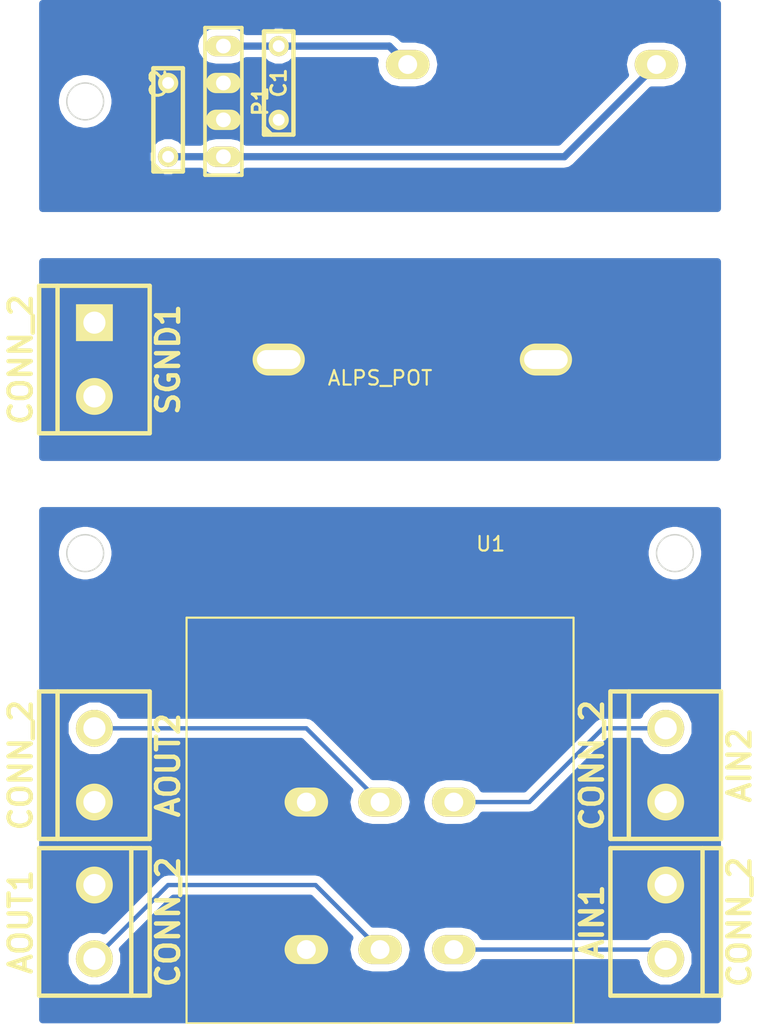
<source format=kicad_pcb>
(kicad_pcb (version 3) (host pcbnew "(2013-may-18)-stable")

  (general
    (links 19)
    (no_connects 0)
    (area 69.7056 66.675 122.0644 137.735001)
    (thickness 1.6)
    (drawings 3)
    (tracks 16)
    (zones 0)
    (modules 9)
    (nets 10)
  )

  (page A4)
  (layers
    (15 F.Cu signal)
    (0 B.Cu signal)
    (17 F.Adhes user)
    (19 F.Paste user)
    (21 F.SilkS user)
    (23 F.Mask user)
    (28 Edge.Cuts user)
  )

  (setup
    (last_trace_width 0.5)
    (trace_clearance 0.5)
    (zone_clearance 0.508)
    (zone_45_only no)
    (trace_min 0.254)
    (segment_width 0.2)
    (edge_width 0.1)
    (via_size 0.889)
    (via_drill 0.635)
    (via_min_size 0.889)
    (via_min_drill 0.508)
    (uvia_size 0.508)
    (uvia_drill 0.127)
    (uvias_allowed no)
    (uvia_min_size 0.508)
    (uvia_min_drill 0.127)
    (pcb_text_width 0.3)
    (pcb_text_size 1.5 1.5)
    (mod_edge_width 0.15)
    (mod_text_size 1 1)
    (mod_text_width 0.15)
    (pad_size 3.6 2.2)
    (pad_drill 3)
    (pad_to_mask_clearance 0.2)
    (solder_mask_min_width 0.3)
    (aux_axis_origin 0 0)
    (visible_elements FFFFFFBF)
    (pcbplotparams
      (layerselection 1)
      (usegerberextensions false)
      (excludeedgelayer false)
      (linewidth 0.150000)
      (plotframeref false)
      (viasonmask false)
      (mode 1)
      (useauxorigin false)
      (hpglpennumber 1)
      (hpglpenspeed 20)
      (hpglpendiameter 15)
      (hpglpenoverlay 2)
      (psnegative false)
      (psa4output false)
      (plotreference true)
      (plotvalue true)
      (plotothertext false)
      (plotinvisibletext false)
      (padsonsilk true)
      (subtractmaskfromsilk false)
      (outputformat 5)
      (mirror false)
      (drillshape 1)
      (scaleselection 1)
      (outputdirectory output/))
  )

  (net 0 "")
  (net 1 /AGND)
  (net 2 /AIN_L)
  (net 3 /AIN_R)
  (net 4 /AOUT_L)
  (net 5 /AOUT_R)
  (net 6 /MOTIN_L)
  (net 7 /MOTIN_R)
  (net 8 /SGND)
  (net 9 GND)

  (net_class Default "This is the default net class."
    (clearance 0.5)
    (trace_width 0.5)
    (via_dia 0.889)
    (via_drill 0.635)
    (uvia_dia 0.508)
    (uvia_drill 0.127)
    (add_net "")
    (add_net /AGND)
    (add_net /MOTIN_L)
    (add_net /MOTIN_R)
    (add_net /SGND)
    (add_net GND)
  )

  (net_class sig ""
    (clearance 0.3)
    (trace_width 0.3)
    (via_dia 0.889)
    (via_drill 0.635)
    (uvia_dia 0.508)
    (uvia_drill 0.127)
    (add_net /AIN_L)
    (add_net /AIN_R)
    (add_net /AOUT_L)
    (add_net /AOUT_R)
  )

  (module "ALPS Motorized" (layer F.Cu) (tedit 56485253) (tstamp 52495E1E)
    (at 95.885 96.52 180)
    (path /52495C85)
    (fp_text reference U1 (at -7.62 -7.62 180) (layer F.SilkS)
      (effects (font (size 1 1) (thickness 0.15)))
    )
    (fp_text value ALPS_POT (at 0 3.81 180) (layer F.SilkS)
      (effects (font (size 1 1) (thickness 0.15)))
    )
    (fp_line (start 13.335 -12.7) (end -13.335 -12.7) (layer F.SilkS) (width 0.15))
    (fp_line (start -13.335 -12.7) (end -13.335 -22.86) (layer F.SilkS) (width 0.15))
    (fp_line (start 13.335 -40.64) (end 13.335 -12.7) (layer F.SilkS) (width 0.15))
    (fp_line (start 0 -40.64) (end -13.335 -40.64) (layer F.SilkS) (width 0.15))
    (fp_line (start -13.335 -40.64) (end -13.335 -22.86) (layer F.SilkS) (width 0.15))
    (fp_line (start 13.335 -40.64) (end 0 -40.64) (layer F.SilkS) (width 0.15))
    (fp_line (start 0 -40.64) (end -0.635 -40.64) (layer F.SilkS) (width 0.15))
    (fp_line (start -0.635 -40.64) (end 0.635 -40.64) (layer F.SilkS) (width 0.15))
    (pad 1 thru_hole oval (at 5.08 -35.56 180) (size 3 2) (drill 1.3)
      (layers *.Cu *.Mask F.SilkS)
      (net 1 /AGND)
    )
    (pad 2 thru_hole oval (at 0 -35.56 180) (size 3 2) (drill 1.3)
      (layers *.Cu *.Mask F.SilkS)
      (net 4 /AOUT_L)
    )
    (pad 3 thru_hole oval (at -5.08 -35.56 180) (size 3 2) (drill 1.3)
      (layers *.Cu *.Mask F.SilkS)
      (net 2 /AIN_L)
    )
    (pad 4 thru_hole oval (at 5.08 -25.4 180) (size 3 2) (drill 1.3)
      (layers *.Cu *.Mask F.SilkS)
      (net 1 /AGND)
    )
    (pad 5 thru_hole oval (at 0 -25.4 180) (size 3 2) (drill 1.3)
      (layers *.Cu *.Mask F.SilkS)
      (net 5 /AOUT_R)
    )
    (pad 6 thru_hole oval (at -5.08 -25.4 180) (size 3 2) (drill 1.3)
      (layers *.Cu *.Mask F.SilkS)
      (net 3 /AIN_R)
    )
    (pad 7 thru_hole oval (at -19.05 25.4 180) (size 3 2) (drill 1.3)
      (layers *.Cu *.Mask F.SilkS)
      (net 6 /MOTIN_L)
    )
    (pad 8 thru_hole oval (at -1.905 25.4 180) (size 3 2) (drill 1.3)
      (layers *.Cu *.Mask F.SilkS)
      (net 7 /MOTIN_R)
    )
    (pad 9 thru_hole oval (at 6.985 5.08 180) (size 3.6 2.2) (drill oval 3 1.3)
      (layers *.Cu *.Mask F.SilkS)
      (net 8 /SGND)
    )
    (pad 10 thru_hole oval (at -11.43 5.08 180) (size 3.6 2.2) (drill oval 3 1.3)
      (layers *.Cu *.Mask F.SilkS)
      (net 8 /SGND)
    )
  )

  (module bornier2 (layer F.Cu) (tedit 558C13C0) (tstamp 558C1264)
    (at 115.57 119.38 270)
    (descr "Bornier d'alimentation 2 pins")
    (tags DEV)
    (path /5295E3D7)
    (fp_text reference AIN2 (at 0 -5.08 270) (layer F.SilkS)
      (effects (font (size 1.524 1.524) (thickness 0.3048)))
    )
    (fp_text value CONN_2 (at 0 5.08 270) (layer F.SilkS)
      (effects (font (size 1.524 1.524) (thickness 0.3048)))
    )
    (fp_line (start 5.08 2.54) (end -5.08 2.54) (layer F.SilkS) (width 0.3048))
    (fp_line (start 5.08 3.81) (end 5.08 -3.81) (layer F.SilkS) (width 0.3048))
    (fp_line (start 5.08 -3.81) (end -5.08 -3.81) (layer F.SilkS) (width 0.3048))
    (fp_line (start -5.08 -3.81) (end -5.08 3.81) (layer F.SilkS) (width 0.3048))
    (fp_line (start -5.08 3.81) (end 5.08 3.81) (layer F.SilkS) (width 0.3048))
    (pad 1 thru_hole circle (at -2.54 0 270) (size 2.54 2.54) (drill 1.524)
      (layers *.Cu *.Mask F.SilkS)
      (net 3 /AIN_R)
    )
    (pad 2 thru_hole circle (at 2.54 0 270) (size 2.54 2.54) (drill 1.524)
      (layers *.Cu *.Mask F.SilkS)
      (net 1 /AGND)
    )
    (model device/bornier_2.wrl
      (at (xyz 0 0 0))
      (scale (xyz 1 1 1))
      (rotate (xyz 0 0 0))
    )
  )

  (module bornier2 (layer F.Cu) (tedit 558C13BC) (tstamp 558C126F)
    (at 115.57 130.175 90)
    (descr "Bornier d'alimentation 2 pins")
    (tags DEV)
    (path /5295E3DD)
    (fp_text reference AIN1 (at 0 -5.08 90) (layer F.SilkS)
      (effects (font (size 1.524 1.524) (thickness 0.3048)))
    )
    (fp_text value CONN_2 (at 0 5.08 90) (layer F.SilkS)
      (effects (font (size 1.524 1.524) (thickness 0.3048)))
    )
    (fp_line (start 5.08 2.54) (end -5.08 2.54) (layer F.SilkS) (width 0.3048))
    (fp_line (start 5.08 3.81) (end 5.08 -3.81) (layer F.SilkS) (width 0.3048))
    (fp_line (start 5.08 -3.81) (end -5.08 -3.81) (layer F.SilkS) (width 0.3048))
    (fp_line (start -5.08 -3.81) (end -5.08 3.81) (layer F.SilkS) (width 0.3048))
    (fp_line (start -5.08 3.81) (end 5.08 3.81) (layer F.SilkS) (width 0.3048))
    (pad 1 thru_hole circle (at -2.54 0 90) (size 2.54 2.54) (drill 1.524)
      (layers *.Cu *.Mask F.SilkS)
      (net 2 /AIN_L)
    )
    (pad 2 thru_hole circle (at 2.54 0 90) (size 2.54 2.54) (drill 1.524)
      (layers *.Cu *.Mask F.SilkS)
      (net 1 /AGND)
    )
    (model device/bornier_2.wrl
      (at (xyz 0 0 0))
      (scale (xyz 1 1 1))
      (rotate (xyz 0 0 0))
    )
  )

  (module bornier2 (layer F.Cu) (tedit 558C13C5) (tstamp 558C127A)
    (at 76.2 119.38 270)
    (descr "Bornier d'alimentation 2 pins")
    (tags DEV)
    (path /558C06C1)
    (fp_text reference AOUT2 (at 0 -5.08 270) (layer F.SilkS)
      (effects (font (size 1.524 1.524) (thickness 0.3048)))
    )
    (fp_text value CONN_2 (at 0 5.08 270) (layer F.SilkS)
      (effects (font (size 1.524 1.524) (thickness 0.3048)))
    )
    (fp_line (start 5.08 2.54) (end -5.08 2.54) (layer F.SilkS) (width 0.3048))
    (fp_line (start 5.08 3.81) (end 5.08 -3.81) (layer F.SilkS) (width 0.3048))
    (fp_line (start 5.08 -3.81) (end -5.08 -3.81) (layer F.SilkS) (width 0.3048))
    (fp_line (start -5.08 -3.81) (end -5.08 3.81) (layer F.SilkS) (width 0.3048))
    (fp_line (start -5.08 3.81) (end 5.08 3.81) (layer F.SilkS) (width 0.3048))
    (pad 1 thru_hole circle (at -2.54 0 270) (size 2.54 2.54) (drill 1.524)
      (layers *.Cu *.Mask F.SilkS)
      (net 5 /AOUT_R)
    )
    (pad 2 thru_hole circle (at 2.54 0 270) (size 2.54 2.54) (drill 1.524)
      (layers *.Cu *.Mask F.SilkS)
      (net 1 /AGND)
    )
    (model device/bornier_2.wrl
      (at (xyz 0 0 0))
      (scale (xyz 1 1 1))
      (rotate (xyz 0 0 0))
    )
  )

  (module bornier2 (layer F.Cu) (tedit 558C13C9) (tstamp 558C1285)
    (at 76.2 130.175 90)
    (descr "Bornier d'alimentation 2 pins")
    (tags DEV)
    (path /558C06C7)
    (fp_text reference AOUT1 (at 0 -5.08 90) (layer F.SilkS)
      (effects (font (size 1.524 1.524) (thickness 0.3048)))
    )
    (fp_text value CONN_2 (at 0 5.08 90) (layer F.SilkS)
      (effects (font (size 1.524 1.524) (thickness 0.3048)))
    )
    (fp_line (start 5.08 2.54) (end -5.08 2.54) (layer F.SilkS) (width 0.3048))
    (fp_line (start 5.08 3.81) (end 5.08 -3.81) (layer F.SilkS) (width 0.3048))
    (fp_line (start 5.08 -3.81) (end -5.08 -3.81) (layer F.SilkS) (width 0.3048))
    (fp_line (start -5.08 -3.81) (end -5.08 3.81) (layer F.SilkS) (width 0.3048))
    (fp_line (start -5.08 3.81) (end 5.08 3.81) (layer F.SilkS) (width 0.3048))
    (pad 1 thru_hole circle (at -2.54 0 90) (size 2.54 2.54) (drill 1.524)
      (layers *.Cu *.Mask F.SilkS)
      (net 4 /AOUT_L)
    )
    (pad 2 thru_hole circle (at 2.54 0 90) (size 2.54 2.54) (drill 1.524)
      (layers *.Cu *.Mask F.SilkS)
      (net 1 /AGND)
    )
    (model device/bornier_2.wrl
      (at (xyz 0 0 0))
      (scale (xyz 1 1 1))
      (rotate (xyz 0 0 0))
    )
  )

  (module bornier2 (layer F.Cu) (tedit 3EC0ED69) (tstamp 558C1694)
    (at 76.2 91.44 270)
    (descr "Bornier d'alimentation 2 pins")
    (tags DEV)
    (path /558C0704)
    (fp_text reference SGND1 (at 0 -5.08 270) (layer F.SilkS)
      (effects (font (size 1.524 1.524) (thickness 0.3048)))
    )
    (fp_text value CONN_2 (at 0 5.08 270) (layer F.SilkS)
      (effects (font (size 1.524 1.524) (thickness 0.3048)))
    )
    (fp_line (start 5.08 2.54) (end -5.08 2.54) (layer F.SilkS) (width 0.3048))
    (fp_line (start 5.08 3.81) (end 5.08 -3.81) (layer F.SilkS) (width 0.3048))
    (fp_line (start 5.08 -3.81) (end -5.08 -3.81) (layer F.SilkS) (width 0.3048))
    (fp_line (start -5.08 -3.81) (end -5.08 3.81) (layer F.SilkS) (width 0.3048))
    (fp_line (start -5.08 3.81) (end 5.08 3.81) (layer F.SilkS) (width 0.3048))
    (pad 1 thru_hole rect (at -2.54 0 270) (size 2.54 2.54) (drill 1.524)
      (layers *.Cu *.Mask F.SilkS)
      (net 8 /SGND)
    )
    (pad 2 thru_hole circle (at 2.54 0 270) (size 2.54 2.54) (drill 1.524)
      (layers *.Cu *.Mask F.SilkS)
      (net 8 /SGND)
    )
    (model device/bornier_2.wrl
      (at (xyz 0 0 0))
      (scale (xyz 1 1 1))
      (rotate (xyz 0 0 0))
    )
  )

  (module PIN_ARRAY_4x1 (layer F.Cu) (tedit 5623EB75) (tstamp 55D4802F)
    (at 85.09 73.66 270)
    (descr "Double rangee de contacts 2 x 5 pins")
    (tags CONN)
    (path /55D48029)
    (fp_text reference P1 (at 0 -2.54 270) (layer F.SilkS)
      (effects (font (size 1.016 1.016) (thickness 0.2032)))
    )
    (fp_text value CONN_4 (at 0 2.54 270) (layer F.SilkS) hide
      (effects (font (size 1.016 1.016) (thickness 0.2032)))
    )
    (fp_line (start 5.08 1.27) (end -5.08 1.27) (layer F.SilkS) (width 0.254))
    (fp_line (start 5.08 -1.27) (end -5.08 -1.27) (layer F.SilkS) (width 0.254))
    (fp_line (start -5.08 -1.27) (end -5.08 1.27) (layer F.SilkS) (width 0.254))
    (fp_line (start 5.08 1.27) (end 5.08 -1.27) (layer F.SilkS) (width 0.254))
    (pad 1 thru_hole oval (at -3.81 0 270) (size 1.4 2.4) (drill 1.016)
      (layers *.Cu *.Mask F.SilkS)
      (net 7 /MOTIN_R)
    )
    (pad 2 thru_hole oval (at -1.27 0 270) (size 1.4 2.4) (drill 1.016)
      (layers *.Cu *.Mask F.SilkS)
      (net 9 GND)
    )
    (pad 3 thru_hole oval (at 1.27 0 270) (size 1.4 2.4) (drill 1.016)
      (layers *.Cu *.Mask F.SilkS)
      (net 9 GND)
    )
    (pad 4 thru_hole oval (at 3.81 0 270) (size 1.4 2.4) (drill 1.016)
      (layers *.Cu *.Mask F.SilkS)
      (net 6 /MOTIN_L)
    )
    (model pin_array\pins_array_4x1.wrl
      (at (xyz 0 0 0))
      (scale (xyz 1 1 1))
      (rotate (xyz 0 0 0))
    )
  )

  (module C2 (layer F.Cu) (tedit 200000) (tstamp 56177CFE)
    (at 88.9 72.39 90)
    (descr "Condensateur = 2 pas")
    (tags C)
    (path /56177CF4)
    (fp_text reference C1 (at 0 0 90) (layer F.SilkS)
      (effects (font (size 1.016 1.016) (thickness 0.2032)))
    )
    (fp_text value C (at 0 0 90) (layer F.SilkS) hide
      (effects (font (size 1.016 1.016) (thickness 0.2032)))
    )
    (fp_line (start -3.556 -1.016) (end 3.556 -1.016) (layer F.SilkS) (width 0.3048))
    (fp_line (start 3.556 -1.016) (end 3.556 1.016) (layer F.SilkS) (width 0.3048))
    (fp_line (start 3.556 1.016) (end -3.556 1.016) (layer F.SilkS) (width 0.3048))
    (fp_line (start -3.556 1.016) (end -3.556 -1.016) (layer F.SilkS) (width 0.3048))
    (fp_line (start -3.556 -0.508) (end -3.048 -1.016) (layer F.SilkS) (width 0.3048))
    (pad 1 thru_hole circle (at -2.54 0 90) (size 1.397 1.397) (drill 0.8128)
      (layers *.Cu *.Mask F.SilkS)
      (net 9 GND)
    )
    (pad 2 thru_hole circle (at 2.54 0 90) (size 1.397 1.397) (drill 0.8128)
      (layers *.Cu *.Mask F.SilkS)
      (net 7 /MOTIN_R)
    )
    (model discret/capa_2pas_5x5mm.wrl
      (at (xyz 0 0 0))
      (scale (xyz 1 1 1))
      (rotate (xyz 0 0 0))
    )
  )

  (module C2 (layer F.Cu) (tedit 56177D08) (tstamp 56177D09)
    (at 81.28 74.93 90)
    (descr "Condensateur = 2 pas")
    (tags C)
    (path /56177D01)
    (fp_text reference C2 (at 2.489999 -0.690001 90) (layer F.SilkS)
      (effects (font (size 1.016 1.016) (thickness 0.2032)))
    )
    (fp_text value C (at 0 0 90) (layer F.SilkS) hide
      (effects (font (size 1.016 1.016) (thickness 0.2032)))
    )
    (fp_line (start -3.556 -1.016) (end 3.556 -1.016) (layer F.SilkS) (width 0.3048))
    (fp_line (start 3.556 -1.016) (end 3.556 1.016) (layer F.SilkS) (width 0.3048))
    (fp_line (start 3.556 1.016) (end -3.556 1.016) (layer F.SilkS) (width 0.3048))
    (fp_line (start -3.556 1.016) (end -3.556 -1.016) (layer F.SilkS) (width 0.3048))
    (fp_line (start -3.556 -0.508) (end -3.048 -1.016) (layer F.SilkS) (width 0.3048))
    (pad 1 thru_hole circle (at -2.54 0 90) (size 1.397 1.397) (drill 0.8128)
      (layers *.Cu *.Mask F.SilkS)
      (net 6 /MOTIN_L)
    )
    (pad 2 thru_hole circle (at 2.54 0 90) (size 1.397 1.397) (drill 0.8128)
      (layers *.Cu *.Mask F.SilkS)
      (net 9 GND)
    )
    (model discret/capa_2pas_5x5mm.wrl
      (at (xyz 0 0 0))
      (scale (xyz 1 1 1))
      (rotate (xyz 0 0 0))
    )
  )

  (gr_circle (center 75.565 73.66) (end 76.835 73.66) (layer Edge.Cuts) (width 0.1))
  (gr_circle (center 116.205 104.775) (end 117.475 104.775) (layer Edge.Cuts) (width 0.1))
  (gr_circle (center 75.565 104.775) (end 76.835 104.775) (layer Edge.Cuts) (width 0.1))

  (segment (start 100.965 132.08) (end 114.935 132.08) (width 0.3) (layer B.Cu) (net 2))
  (segment (start 114.935 132.08) (end 115.57 132.715) (width 0.3) (layer B.Cu) (net 2) (tstamp 563324E0))
  (segment (start 100.965 121.92) (end 106.172 121.92) (width 0.3) (layer B.Cu) (net 3))
  (segment (start 111.252 116.84) (end 115.57 116.84) (width 0.3) (layer B.Cu) (net 3) (tstamp 563324C5))
  (segment (start 106.172 121.92) (end 111.252 116.84) (width 0.3) (layer B.Cu) (net 3) (tstamp 563324C3))
  (segment (start 95.885 132.08) (end 91.44 127.635) (width 0.3) (layer B.Cu) (net 4))
  (segment (start 81.28 127.635) (end 76.2 132.715) (width 0.3) (layer B.Cu) (net 4) (tstamp 563324E8))
  (segment (start 91.44 127.635) (end 81.28 127.635) (width 0.3) (layer B.Cu) (net 4) (tstamp 563324E5))
  (segment (start 76.2 116.84) (end 90.805 116.84) (width 0.3) (layer B.Cu) (net 5))
  (segment (start 90.805 116.84) (end 95.885 121.92) (width 0.3) (layer B.Cu) (net 5) (tstamp 563324BE))
  (segment (start 85.09 77.47) (end 108.585 77.47) (width 0.5) (layer B.Cu) (net 6))
  (segment (start 108.585 77.47) (end 114.935 71.12) (width 0.5) (layer B.Cu) (net 6) (tstamp 5622A1D3))
  (segment (start 81.28 77.47) (end 85.09 77.47) (width 0.5) (layer B.Cu) (net 6))
  (segment (start 88.9 69.85) (end 96.52 69.85) (width 0.5) (layer B.Cu) (net 7))
  (segment (start 96.52 69.85) (end 97.79 71.12) (width 0.5) (layer B.Cu) (net 7) (tstamp 5622A1CE))
  (segment (start 88.9 69.85) (end 85.09 69.85) (width 0.5) (layer B.Cu) (net 7))

  (zone (net 8) (net_name /SGND) (layer B.Cu) (tstamp 558C1427) (hatch edge 0.508)
    (connect_pads yes (clearance 0.508))
    (min_thickness 0.5)
    (fill (arc_segments 16) (thermal_gap 0.508) (thermal_bridge_width 0.508))
    (polygon
      (pts
        (xy 72.39 98.425) (xy 119.38 98.425) (xy 119.38 84.455) (xy 72.39 84.455)
      )
    )
    (filled_polygon
      (pts
        (xy 119.13 98.175) (xy 72.64 98.175) (xy 72.64 84.705) (xy 119.13 84.705) (xy 119.13 98.175)
      )
    )
  )
  (zone (net 9) (net_name GND) (layer B.Cu) (tstamp 558C18DA) (hatch edge 0.508)
    (connect_pads yes (clearance 0.508))
    (min_thickness 0.5)
    (fill (arc_segments 16) (thermal_gap 0.508) (thermal_bridge_width 0.508))
    (polygon
      (pts
        (xy 72.39 66.675) (xy 72.39 81.28) (xy 119.38 81.28) (xy 119.38 66.675)
      )
    )
    (filled_polygon
      (pts
        (xy 119.13 81.03) (xy 117.237236 81.03) (xy 117.237236 71.12) (xy 117.103416 70.447243) (xy 116.72233 69.876906)
        (xy 116.151993 69.49582) (xy 115.479236 69.362) (xy 114.390764 69.362) (xy 113.718007 69.49582) (xy 113.14767 69.876906)
        (xy 112.766584 70.447243) (xy 112.632764 71.12) (xy 112.766584 71.792757) (xy 112.794674 71.834797) (xy 108.167472 76.462)
        (xy 100.092236 76.462) (xy 100.092236 71.12) (xy 99.958416 70.447243) (xy 99.57733 69.876906) (xy 99.006993 69.49582)
        (xy 98.334236 69.362) (xy 97.457527 69.362) (xy 97.232764 69.137236) (xy 96.905745 68.918729) (xy 96.52 68.841999)
        (xy 96.519994 68.842) (xy 89.951763 68.842) (xy 89.726118 68.61596) (xy 89.190987 68.393754) (xy 88.611555 68.393248)
        (xy 88.076037 68.61452) (xy 87.848159 68.842) (xy 86.674663 68.842) (xy 86.659321 68.819038) (xy 86.186311 68.502984)
        (xy 85.628359 68.392) (xy 84.551641 68.392) (xy 83.993689 68.502984) (xy 83.520679 68.819038) (xy 83.204625 69.292048)
        (xy 83.093641 69.85) (xy 83.204625 70.407952) (xy 83.520679 70.880962) (xy 83.993689 71.197016) (xy 84.551641 71.308)
        (xy 85.628359 71.308) (xy 86.186311 71.197016) (xy 86.659321 70.880962) (xy 86.674663 70.858) (xy 87.848236 70.858)
        (xy 88.073882 71.08404) (xy 88.609013 71.306246) (xy 89.188445 71.306752) (xy 89.723963 71.08548) (xy 89.95184 70.858)
        (xy 95.539879 70.858) (xy 95.487764 71.12) (xy 95.621584 71.792757) (xy 96.00267 72.363094) (xy 96.573007 72.74418)
        (xy 97.245764 72.878) (xy 98.334236 72.878) (xy 99.006993 72.74418) (xy 99.57733 72.363094) (xy 99.958416 71.792757)
        (xy 100.092236 71.12) (xy 100.092236 76.462) (xy 86.674663 76.462) (xy 86.659321 76.439038) (xy 86.186311 76.122984)
        (xy 85.628359 76.012) (xy 84.551641 76.012) (xy 83.993689 76.122984) (xy 83.520679 76.439038) (xy 83.505336 76.462)
        (xy 82.331763 76.462) (xy 82.106118 76.23596) (xy 81.570987 76.013754) (xy 80.991555 76.013248) (xy 80.456037 76.23452)
        (xy 80.04596 76.643882) (xy 79.823754 77.179013) (xy 79.823248 77.758445) (xy 80.04452 78.293963) (xy 80.453882 78.70404)
        (xy 80.989013 78.926246) (xy 81.568445 78.926752) (xy 82.103963 78.70548) (xy 82.33184 78.478) (xy 83.505336 78.478)
        (xy 83.520679 78.500962) (xy 83.993689 78.817016) (xy 84.551641 78.928) (xy 85.628359 78.928) (xy 86.186311 78.817016)
        (xy 86.659321 78.500962) (xy 86.674663 78.478) (xy 108.584994 78.478) (xy 108.585 78.478001) (xy 108.585 78.478)
        (xy 108.970745 78.401271) (xy 109.297764 78.182764) (xy 114.602528 72.878) (xy 115.479236 72.878) (xy 116.151993 72.74418)
        (xy 116.72233 72.363094) (xy 117.103416 71.792757) (xy 117.237236 71.12) (xy 117.237236 81.03) (xy 77.627188 81.03)
        (xy 77.627188 73.816858) (xy 77.627051 73.66) (xy 77.627188 73.503142) (xy 77.626913 73.501753) (xy 77.626913 73.501592)
        (xy 77.626852 73.501445) (xy 77.530939 73.017051) (xy 77.410546 72.725678) (xy 77.408981 72.72411) (xy 77.13549 72.314027)
        (xy 77.134701 72.312127) (xy 76.91158 72.089396) (xy 76.500857 71.815478) (xy 76.499406 71.814029) (xy 76.208033 71.693637)
        (xy 75.721941 71.597388) (xy 75.406676 71.597663) (xy 75.404653 71.598502) (xy 74.922051 71.694061) (xy 74.630678 71.814454)
        (xy 74.62911 71.816018) (xy 74.219027 72.089509) (xy 74.217127 72.090299) (xy 73.994396 72.31342) (xy 73.720478 72.724142)
        (xy 73.719029 72.725594) (xy 73.598637 73.016967) (xy 73.502388 73.503059) (xy 73.502524 73.66) (xy 73.502388 73.816941)
        (xy 73.598637 74.303033) (xy 73.719029 74.594406) (xy 73.720478 74.595857) (xy 73.994396 75.00658) (xy 74.217127 75.229701)
        (xy 74.219027 75.23049) (xy 74.62911 75.503981) (xy 74.630678 75.505546) (xy 74.922051 75.625939) (xy 75.404653 75.721497)
        (xy 75.406676 75.722337) (xy 75.721941 75.722612) (xy 76.208033 75.626363) (xy 76.499406 75.505971) (xy 76.500857 75.504521)
        (xy 76.91158 75.230604) (xy 77.134701 75.007873) (xy 77.13549 75.005972) (xy 77.408981 74.595889) (xy 77.410546 74.594322)
        (xy 77.530939 74.302949) (xy 77.626852 73.818554) (xy 77.626913 73.818408) (xy 77.626913 73.818246) (xy 77.627188 73.816858)
        (xy 77.627188 81.03) (xy 72.64 81.03) (xy 72.64 66.925) (xy 119.13 66.925) (xy 119.13 81.03)
      )
    )
  )
  (zone (net 1) (net_name /AGND) (layer B.Cu) (tstamp 558C1AF0) (hatch edge 0.508)
    (connect_pads yes (clearance 0.508))
    (min_thickness 0.5)
    (fill (arc_segments 16) (thermal_gap 0.508) (thermal_bridge_width 0.508))
    (polygon
      (pts
        (xy 119.38 101.6) (xy 72.39 101.6) (xy 72.39 137.16) (xy 119.38 137.16)
      )
    )
    (filled_polygon
      (pts
        (xy 119.13 136.91) (xy 118.267188 136.91) (xy 118.267188 104.931858) (xy 118.267051 104.775) (xy 118.267188 104.618142)
        (xy 118.266913 104.616753) (xy 118.266913 104.616592) (xy 118.266852 104.616445) (xy 118.170939 104.132051) (xy 118.050546 103.840678)
        (xy 118.048981 103.83911) (xy 117.77549 103.429027) (xy 117.774701 103.427127) (xy 117.55158 103.204396) (xy 117.140857 102.930478)
        (xy 117.139406 102.929029) (xy 116.848033 102.808637) (xy 116.361941 102.712388) (xy 116.046676 102.712663) (xy 116.044653 102.713502)
        (xy 115.562051 102.809061) (xy 115.270678 102.929454) (xy 115.26911 102.931018) (xy 114.859027 103.204509) (xy 114.857127 103.205299)
        (xy 114.634396 103.42842) (xy 114.360478 103.839142) (xy 114.359029 103.840594) (xy 114.238637 104.131967) (xy 114.142388 104.618059)
        (xy 114.142524 104.775) (xy 114.142388 104.931941) (xy 114.238637 105.418033) (xy 114.359029 105.709406) (xy 114.360478 105.710857)
        (xy 114.634396 106.12158) (xy 114.857127 106.344701) (xy 114.859027 106.34549) (xy 115.26911 106.618981) (xy 115.270678 106.620546)
        (xy 115.562051 106.740939) (xy 116.044653 106.836497) (xy 116.046676 106.837337) (xy 116.361941 106.837612) (xy 116.848033 106.741363)
        (xy 117.139406 106.620971) (xy 117.140857 106.619521) (xy 117.55158 106.345604) (xy 117.774701 106.122873) (xy 117.77549 106.120972)
        (xy 118.048981 105.710889) (xy 118.050546 105.709322) (xy 118.170939 105.417949) (xy 118.266852 104.933554) (xy 118.266913 104.933408)
        (xy 118.266913 104.933246) (xy 118.267188 104.931858) (xy 118.267188 136.91) (xy 117.59835 136.91) (xy 117.59835 132.313376)
        (xy 117.59835 116.438376) (xy 117.290256 115.692732) (xy 116.720269 115.121748) (xy 115.975164 114.812354) (xy 115.168376 114.81165)
        (xy 114.422732 115.119744) (xy 113.851748 115.689731) (xy 113.751149 115.932) (xy 111.252 115.932) (xy 110.904523 116.001117)
        (xy 110.609947 116.197947) (xy 110.609946 116.197947) (xy 110.609946 116.197948) (xy 105.795893 121.012) (xy 102.976232 121.012)
        (xy 102.75233 120.676906) (xy 102.181993 120.29582) (xy 101.509236 120.162) (xy 100.420764 120.162) (xy 99.748007 120.29582)
        (xy 99.17767 120.676906) (xy 98.796584 121.247243) (xy 98.662764 121.92) (xy 98.796584 122.592757) (xy 99.17767 123.163094)
        (xy 99.748007 123.54418) (xy 100.420764 123.678) (xy 101.509236 123.678) (xy 102.181993 123.54418) (xy 102.75233 123.163094)
        (xy 102.976232 122.828) (xy 106.172 122.828) (xy 106.519477 122.758883) (xy 106.814053 122.562053) (xy 111.628106 117.748)
        (xy 113.75088 117.748) (xy 113.849744 117.987268) (xy 114.419731 118.558252) (xy 115.164836 118.867646) (xy 115.971624 118.86835)
        (xy 116.717268 118.560256) (xy 117.288252 117.990269) (xy 117.597646 117.245164) (xy 117.59835 116.438376) (xy 117.59835 132.313376)
        (xy 117.290256 131.567732) (xy 116.720269 130.996748) (xy 115.975164 130.687354) (xy 115.168376 130.68665) (xy 114.422732 130.994744)
        (xy 114.245165 131.172) (xy 102.976232 131.172) (xy 102.75233 130.836906) (xy 102.181993 130.45582) (xy 101.509236 130.322)
        (xy 100.420764 130.322) (xy 99.748007 130.45582) (xy 99.17767 130.836906) (xy 98.796584 131.407243) (xy 98.662764 132.08)
        (xy 98.796584 132.752757) (xy 99.17767 133.323094) (xy 99.748007 133.70418) (xy 100.420764 133.838) (xy 101.509236 133.838)
        (xy 102.181993 133.70418) (xy 102.75233 133.323094) (xy 102.976232 132.988) (xy 113.541762 132.988) (xy 113.54165 133.116624)
        (xy 113.849744 133.862268) (xy 114.419731 134.433252) (xy 115.164836 134.742646) (xy 115.971624 134.74335) (xy 116.717268 134.435256)
        (xy 117.288252 133.865269) (xy 117.597646 133.120164) (xy 117.59835 132.313376) (xy 117.59835 136.91) (xy 98.187236 136.91)
        (xy 98.187236 132.08) (xy 98.187236 121.92) (xy 98.053416 121.247243) (xy 97.67233 120.676906) (xy 97.101993 120.29582)
        (xy 96.429236 120.162) (xy 95.411106 120.162) (xy 91.447053 116.197947) (xy 91.152477 116.001117) (xy 90.805 115.932)
        (xy 78.019119 115.932) (xy 77.920256 115.692732) (xy 77.627188 115.399151) (xy 77.627188 104.931858) (xy 77.627051 104.775)
        (xy 77.627188 104.618142) (xy 77.626913 104.616753) (xy 77.626913 104.616592) (xy 77.626852 104.616445) (xy 77.530939 104.132051)
        (xy 77.410546 103.840678) (xy 77.408981 103.83911) (xy 77.13549 103.429027) (xy 77.134701 103.427127) (xy 76.91158 103.204396)
        (xy 76.500857 102.930478) (xy 76.499406 102.929029) (xy 76.208033 102.808637) (xy 75.721941 102.712388) (xy 75.406676 102.712663)
        (xy 75.404653 102.713502) (xy 74.922051 102.809061) (xy 74.630678 102.929454) (xy 74.62911 102.931018) (xy 74.219027 103.204509)
        (xy 74.217127 103.205299) (xy 73.994396 103.42842) (xy 73.720478 103.839142) (xy 73.719029 103.840594) (xy 73.598637 104.131967)
        (xy 73.502388 104.618059) (xy 73.502524 104.775) (xy 73.502388 104.931941) (xy 73.598637 105.418033) (xy 73.719029 105.709406)
        (xy 73.720478 105.710857) (xy 73.994396 106.12158) (xy 74.217127 106.344701) (xy 74.219027 106.34549) (xy 74.62911 106.618981)
        (xy 74.630678 106.620546) (xy 74.922051 106.740939) (xy 75.404653 106.836497) (xy 75.406676 106.837337) (xy 75.721941 106.837612)
        (xy 76.208033 106.741363) (xy 76.499406 106.620971) (xy 76.500857 106.619521) (xy 76.91158 106.345604) (xy 77.134701 106.122873)
        (xy 77.13549 106.120972) (xy 77.408981 105.710889) (xy 77.410546 105.709322) (xy 77.530939 105.417949) (xy 77.626852 104.933554)
        (xy 77.626913 104.933408) (xy 77.626913 104.933246) (xy 77.627188 104.931858) (xy 77.627188 115.399151) (xy 77.350269 115.121748)
        (xy 76.605164 114.812354) (xy 75.798376 114.81165) (xy 75.052732 115.119744) (xy 74.481748 115.689731) (xy 74.172354 116.434836)
        (xy 74.17165 117.241624) (xy 74.479744 117.987268) (xy 75.049731 118.558252) (xy 75.794836 118.867646) (xy 76.601624 118.86835)
        (xy 77.347268 118.560256) (xy 77.918252 117.990269) (xy 78.01885 117.748) (xy 90.428894 117.748) (xy 93.80132 121.120426)
        (xy 93.716584 121.247243) (xy 93.582764 121.92) (xy 93.716584 122.592757) (xy 94.09767 123.163094) (xy 94.668007 123.54418)
        (xy 95.340764 123.678) (xy 96.429236 123.678) (xy 97.101993 123.54418) (xy 97.67233 123.163094) (xy 98.053416 122.592757)
        (xy 98.187236 121.92) (xy 98.187236 132.08) (xy 98.053416 131.407243) (xy 97.67233 130.836906) (xy 97.101993 130.45582)
        (xy 96.429236 130.322) (xy 95.411106 130.322) (xy 92.082053 126.992947) (xy 91.787477 126.796117) (xy 91.44 126.727)
        (xy 81.28 126.727) (xy 80.932523 126.796117) (xy 80.637947 126.992947) (xy 80.637946 126.992947) (xy 80.637946 126.992948)
        (xy 76.844259 130.786634) (xy 76.605164 130.687354) (xy 75.798376 130.68665) (xy 75.052732 130.994744) (xy 74.481748 131.564731)
        (xy 74.172354 132.309836) (xy 74.17165 133.116624) (xy 74.479744 133.862268) (xy 75.049731 134.433252) (xy 75.794836 134.742646)
        (xy 76.601624 134.74335) (xy 77.347268 134.435256) (xy 77.918252 133.865269) (xy 78.227646 133.120164) (xy 78.22835 132.313376)
        (xy 78.128174 132.070931) (xy 81.656105 128.543) (xy 91.063894 128.543) (xy 93.80132 131.280426) (xy 93.716584 131.407243)
        (xy 93.582764 132.08) (xy 93.716584 132.752757) (xy 94.09767 133.323094) (xy 94.668007 133.70418) (xy 95.340764 133.838)
        (xy 96.429236 133.838) (xy 97.101993 133.70418) (xy 97.67233 133.323094) (xy 98.053416 132.752757) (xy 98.187236 132.08)
        (xy 98.187236 136.91) (xy 72.64 136.91) (xy 72.64 101.85) (xy 119.13 101.85) (xy 119.13 136.91)
      )
    )
  )
)

</source>
